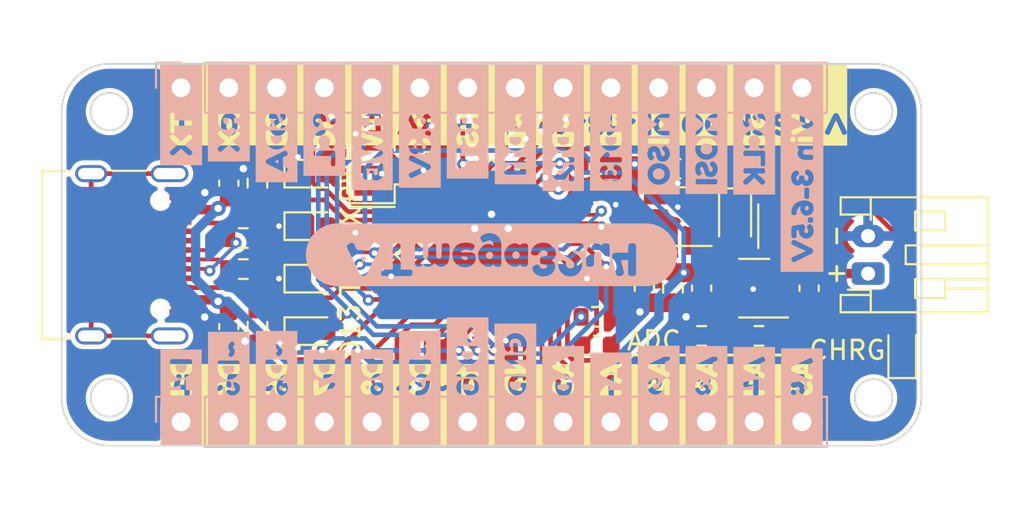
<source format=kicad_pcb>
(kicad_pcb (version 20211014) (generator pcbnew)
  (layers (0 "F.Cu" signal) (31 "B.Cu" signal) (34 "B.Paste" user) (35 "F.Paste" user) (36 "B.SilkS" user "B.Silkscreen") (37 "F.SilkS" user "F.Silkscreen") (38 "B.Mask" user) (39 "F.Mask" user) (44 "Edge.Cuts" user))
  (net 0 "")
  (net 1 "VBUS")
  (net 2 "GND")
  (net 3 "/Vin")
  (net 4 "Net-(C7-Pad1)")
  (net 5 "+BATT")
  (net 6 "+3V3")
  (net 7 "Net-(R1-Pad2)")
  (net 8 "Net-(D1-Pad1)")
  (net 9 "unconnected-(J2-PadS1)")
  (net 10 "/D_N")
  (net 11 "/D_P")
  (net 13 "Net-(J2-PadA5)")
  (net 15 "Net-(J2-PadB5)")
  (net 16 "Net-(R2-Pad1)")
  (net 17 "/U_P")
  (net 18 "/U_N")
  (net 19 "/RST")
  (net 20 "/HWB")
  (net 21 "/D13")
  (net 22 "/RXLED")
  (net 23 "/TXLED")
  (net 25 "/D7")
  (net 27 "/SCK")
  (net 28 "/MOSI")
  (net 29 "/MISO")
  (net 30 "/D11")
  (net 31 "Net-(U3-Pad16)")
  (net 32 "Net-(U3-Pad17)")
  (net 33 "/SCL")
  (net 34 "/SDA")
  (net 35 "/RX")
  (net 36 "/TX")
  (net 37 "/D4")
  (net 38 "/D12")
  (net 39 "/D6")
  (net 40 "/D8")
  (net 41 "/D9")
  (net 42 "/D10")
  (net 43 "/D5")
  (net 44 "/A0")
  (net 45 "/A1")
  (net 46 "/A2")
  (net 47 "/A3")
  (net 48 "/A4")
  (net 49 "/A5")
  (footprint "Capacitor_SMD:C_0603_1608Metric" (layer "F.Cu") (at 131.191 89.408 90)
    (fp_text reference "C5" hide)
    (fp_text value "1uF")
  )
  (footprint "kibuzzard-63FC0A8C" (layer "F.Cu") (at 124.333 95.631)
    (fp_text reference "kibuzzard-63FC0A8C" hide)
    (fp_text value "G***" hide)
  )
  (footprint "Capacitor_SMD:C_0603_1608Metric" (layer "F.Cu") (at 125.476 89.408 -90)
    (fp_text reference "C3" hide)
    (fp_text value "1uF")
  )
  (footprint "LED_SMD:LED_0603_1608Metric" (layer "F.Cu") (at 104.775 83.312)
    (fp_text reference "D6" hide)
    (fp_text value "Blue LED")
  )
  (footprint "Package_TO_SOT_SMD:SOT-23" (layer "F.Cu") (at 130.048 85.598 90)
    (fp_text reference "Q1" hide)
    (fp_text value "AO3401A")
  )
  (footprint "Resistor_SMD:R_0603_1608Metric" (layer "F.Cu") (at 101.854 91.44 -90)
    (fp_text reference "R5" hide)
    (fp_text value "5.1k")
  )
  (footprint "Resistor_SMD:R_0603_1608Metric" (layer "F.Cu") (at 119.888 82.804 180)
    (fp_text reference "R8" hide)
    (fp_text value "10k")
  )
  (footprint "Capacitor_SMD:C_0603_1608Metric" (layer "F.Cu") (at 110.8202 92.6084 180)
    (fp_text reference "C10" hide)
    (fp_text value "0.1uF")
  )
  (footprint "Capacitor_SMD:C_0603_1608Metric" (layer "F.Cu") (at 110.871 82.677 180)
    (fp_text reference "C9" hide)
    (fp_text value "1uF")
  )
  (footprint "Package_DFN_QFN:QFN-44-1EP_7x7mm_P0.5mm_EP5.2x5.2mm" (layer "F.Cu") (at 114.3 87.63 -135)
    (fp_text reference "U3" hide)
    (fp_text value "ATmega32U4-M")
  )
  (footprint "kibuzzard-63FC10C2" (layer "F.Cu") (at 115.697 95.631)
    (fp_text reference "kibuzzard-63FC10C2" hide)
    (fp_text value "G***" hide)
  )
  (footprint "Resistor_SMD:R_0603_1608Metric" (layer "F.Cu") (at 101.854 83.82 90)
    (fp_text reference "R4" hide)
    (fp_text value "5.1k")
  )
  (footprint "Capacitor_SMD:C_0603_1608Metric" (layer "F.Cu") (at 100.33 91.453 -90)
    (fp_text reference "C2" hide)
    (fp_text value "10uF")
  )
  (footprint "kibuzzard-63FC0E25" (layer "F.Cu") (at 101.854 79.629 180)
    (fp_text reference "kibuzzard-63FC0E25" hide)
    (fp_text value "G***" hide)
  )
  (footprint "Resistor_SMD:R_0603_1608Metric" (layer "F.Cu") (at 101.1 86.741)
    (fp_text reference "R6" hide)
    (fp_text value "22")
  )
  (footprint "Resistor_SMD:R_0603_1608Metric" (layer "F.Cu") (at 128.524 91.948 180)
    (fp_text reference "R1" hide)
    (fp_text value "330")
  )
  (footprint "Connector_JST:JST_PH_S2B-PH-K_1x02_P2.00mm_Horizontal" (layer "F.Cu") (at 134.329 88.63 90)
    (fp_text reference "J1" hide)
    (fp_text value "Conn_01x02_Male")
  )
  (footprint "LED_SMD:LED_0603_1608Metric" (layer "F.Cu") (at 104.775 86.106)
    (fp_text reference "D4" hide)
    (fp_text value "Yellow LED")
  )
  (footprint "kibuzzard-63FC0D8E" (layer "F.Cu") (at 105.537 95.631)
    (fp_text reference "kibuzzard-63FC0D8E" hide)
    (fp_text value "G***" hide)
  )
  (footprint "LED_SMD:LED_0603_1608Metric" (layer "F.Cu") (at 136.144 92.71 90)
    (fp_text reference "D1" hide)
    (fp_text value "LED")
  )
  (footprint "Capacitor_SMD:C_0603_1608Metric" (layer "F.Cu") (at 124.206 83.058 180)
    (fp_text reference "C4" hide)
    (fp_text value "1uF")
  )
  (footprint "Package_TO_SOT_SMD:SOT-23-5" (layer "F.Cu") (at 124.206 85.598 180)
    (fp_text reference "U2" hide)
    (fp_text value "AP2112K-3.3")
  )
  (footprint "kibuzzard-63FC107B" (layer "F.Cu") (at 122.301 79.629 180)
    (fp_text reference "kibuzzard-63FC107B" hide)
    (fp_text value "G***" hide)
  )
  (footprint "kibuzzard-63FC10EF" (layer "F.Cu") (at 131.699 79.629 180)
    (fp_text reference "kibuzzard-63FC10EF" hide)
    (fp_text value "G***" hide)
  )
  (footprint "Capacitor_SMD:C_0603_1608Metric" (layer "F.Cu") (at 100.33 83.82 90)
    (fp_text reference "C1" hide)
    (fp_text value "10uF")
  )
  (footprint "Package_TO_SOT_SMD:TSOT-23-5" (layer "F.Cu") (at 128.27 89.408 180)
    (fp_text reference "U1" hide)
    (fp_text value "LTC4054ES5-4.2")
  )
  (footprint "Resistor_SMD:R_0603_1608Metric" (layer "F.Cu") (at 119.888 90.932 180)
    (fp_text reference "R9" hide)
    (fp_text value "10k")
  )
  (footprint "Capacitor_SMD:C_0603_1608Metric" (layer "F.Cu") (at 119.888 92.456)
    (fp_text reference "C7" hide)
    (fp_text value "0.1uF")
  )
  (footprint "Crystal:Resonator_SMD_Murata_CSTxExxV-3Pin_3.0x1.1mm" (layer "F.Cu") (at 107.95 83.085 90)
    (fp_text reference "Y1" hide)
    (fp_text value "Resonator")
  )
  (footprint "kibuzzard-63FC0C67" (layer "F.Cu") (at 110.363 79.629 180)
    (fp_text reference "kibuzzard-63FC0C67" hide)
    (fp_text value "G***" hide)
  )
  (footprint "Capacitor_SMD:C_0603_1608Metric" (layer "F.Cu") (at 119.888 84.328)
    (fp_text reference "C8" hide)
    (fp_text value "1uF")
  )
  (footprint "Diode_SMD:D_SOD-323" (layer "F.Cu") (at 127.254 85.598 -90)
    (fp_text reference "D2" hide)
    (fp_text value "1N5819")
  )
  (footprint "LED_SMD:LED_0603_1608Metric" (layer "F.Cu") (at 104.775 88.9)
    (fp_text reference "D5" hide)
    (fp_text value "Yellow LED")
  )
  (footprint "Connector_USB:USB_C_Receptacle_Palconn_UTC16-G" (layer "F.Cu") (at 95.25 87.63 -90)
    (fp_text reference "J2" hide)
    (fp_text value "USB_C_Receptacle_USB2.0")
  )
  (footprint "Resistor_SMD:R_0603_1608Metric" (layer "F.Cu") (at 123.952 89.408 -90)
    (fp_text reference "R3" hide)
    (fp_text value "100k")
  )
  (footprint "Resistor_SMD:R_0603_1608Metric" (layer "F.Cu") (at 101.1 88.392)
    (fp_text reference "R7" hide)
    (fp_text value "22")
  )
  (footprint "LED_SMD:LED_0603_1608Metric" (layer "F.Cu") (at 104.775 91.694)
    (fp_text reference "D3" hide)
    (fp_text value "Green LED")
  )
  (footprint "Resistor_SMD:R_0603_1608Metric" (layer "F.Cu") (at 125.476 91.948 180)
    (fp_text reference "R2" hide)
    (fp_text value "2k")
  )
  (footprint "Capacitor_SMD:C_0603_1608Metric" (layer "F.Cu") (at 122.428 89.408 -90)
    (fp_text reference "C6" hide)
    (fp_text value "1uF")
  )
  (footprint "Connector_PinHeader_2.54mm:PinHeader_1x14_P2.54mm_Vertical" (layer "B.Cu") (at 97.79 96.52 -90)
    (fp_text reference "J3" hide)
    (fp_text value "Conn_01x14")
  )
  (footprint "kibuzzard-63FC1DB5" (layer "B.Cu") (at 110.49 80.737075 -90)
    (fp_text reference "kibuzzard-63FC1DB5" hide)
    (fp_text value "G***" hide)
  )
  (footprint "kibuzzard-63FC2462" (layer "B.Cu") (at 114.3 87.63)
    (fp_text reference "kibuzzard-63FC2462" hide)
    (fp_text value "G***" hide)
  )
  (footprint "kibuzzard-63FC1FF3" (layer "B.Cu") (at 102.87 94.722156 -90)
    (fp_text reference "kibuzzard-63FC1FF3" hide)
    (fp_text value "G***" hide)
  )
  (footprint "kibuzzard-63FC1D99" (layer "B.Cu") (at 128.27 80.921225 -90)
    (fp_text reference "kibuzzard-63FC1D99" hide)
    (fp_text value "G***" hide)
  )
  (footprint "kibuzzard-63FC11E2" (layer "B.Cu") (at 102.87 80.591025 -90)
    (fp_text reference "kibuzzard-63FC11E2" hide)
    (fp_text value "G***" hide)
  )
  (footprint "kibuzzard-63FC1DA9" (layer "B.Cu") (at 107.95 80.802956 -90)
    (fp_text reference "kibuzzard-63FC1DA9" hide)
    (fp_text value "G***" hide)
  )
  (footprint "kibuzzard-63FC11F1" (layer "B.Cu") (at 125.73 80.902969 -90)
    (fp_text reference "kibuzzard-63FC11F1" hide)
    (fp_text value "G***" hide)
  )
  (footprint "kibuzzard-63FC1FFB" (layer "B.Cu") (at 100.33 94.745969 -90)
    (fp_text reference "kibuzzard-63FC1FFB" hide)
    (fp_text value "G***" hide)
  )
  (footprint "Connector_PinHeader_2.54mm:PinHeader_1x14_P2.54mm_Vertical" (layer "B.Cu") (at 97.79 78.74 -90)
    (fp_text reference "J4" hide)
    (fp_text value "Conn_01x14")
  )
  (footprint "kibuzzard-63FC1DF3" (layer "B.Cu") (at 130.81 82.977037 -90)
    (fp_text reference "kibuzzard-63FC1DF3" hide)
    (fp_text value "G***" hide)
  )
  (footprint "kibuzzard-63FC1F7A" (layer "B.Cu") (at 130.81 95.187294 -90)
    (fp_text reference "kibuzzard-63FC1F7A" hide)
    (fp_text value "G***" hide)
  )
  (footprint "kibuzzard-63FC1EBD" (layer "B.Cu") (at 118.11 80.825181 -90)
    (fp_text reference "kibuzzard-63FC1EBD" hide)
    (fp_text value "G***" hide)
  )
  (footprint "kibuzzard-63FC1FD1" (layer "B.Cu") (at 110.49 94.722156 -90)
    (fp_text reference "kibuzzard-63FC1FD1" hide)
    (fp_text value "G***" hide)
  )
  (footprint "kibuzzard-63FC1FE1" (layer "B.Cu") (at 107.95 95.214281 -90)
    (fp_text reference "kibuzzard-63FC1FE1" hide)
    (fp_text value "G***" hide)
  )
  (footprint "kibuzzard-63FC1EB5" (layer "B.Cu") (at 115.57 80.645 -90)
    (fp_text reference "kibuzzard-63FC1EB5" hide)
    (fp_text value "G***" hide)
  )
  (footprint "kibuzzard-63FC2005" (layer "B.Cu") (at 97.79 95.21825 -90)
    (fp_text reference "kibuzzard-63FC2005" hide)
    (fp_text value "G***" hide)
  )
  (footprint "kibuzzard-63FC11D2" (layer "B.Cu") (at 100.33 80.039369 -90)
    (fp_text reference "kibuzzard-63FC11D2" hide)
    (fp_text value "G***" hide)
  )
  (footprint "kibuzzard-63FC1F6E" (layer "B.Cu") (at 125.73 95.125381 -90)
    (fp_text reference "kibuzzard-63FC1F6E" hide)
    (fp_text value "G***" hide)
  )
  (footprint "kibuzzard-63FC11DC" (layer "B.Cu") (at 105.41 80.421956 -90)
    (fp_text reference "kibuzzard-63FC11DC" hide)
    (fp_text value "G***" hide)
  )
  (footprint "kibuzzard-63FC1EC6" (layer "B.Cu") (at 120.65 80.81645 -90)
    (fp_text reference "kibuzzard-63FC1EC6" hide)
    (fp_text value "G***" hide)
  )
  (footprint "kibuzzard-63FC1F81" (layer "B.Cu") (at 128.27 95.149988 -90)
    (fp_text reference "kibuzzard-63FC1F81" hide)
    (fp_text value "G***" hide)
  )
  (footprint "kibuzzard-63FC1FCA" (layer "B.Cu") (at 113.03 94.361 -90)
    (fp_text reference "kibuzzard-63FC1FCA" hide)
    (fp_text value "G***" hide)
  )
  (footprint "kibuzzard-63FC11F9" (layer "B.Cu") (at 123.19 80.914875 -90)
    (fp_text reference "kibuzzard-63FC11F9" hide)
    (fp_text value "G***" hide)
  )
  (footprint "kibuzzard-63FC1F60" (layer "B.Cu") (at 120.65 95.296831 -90)
    (fp_text reference "kibuzzard-63FC1F60" hide)
    (fp_text value "G***" hide)
  )
  (footprint "kibuzzard-63FC1F68" (layer "B.Cu") (at 123.19 95.11665 -90)
    (fp_text reference "kibuzzard-63FC1F68" hide)
    (fp_text value "G***" hide)
  )
  (footprint "kibuzzard-63FC11B0" (layer "B.Cu") (at 97.79 80.138587 -90)
    (fp_text reference "kibuzzard-63FC11B0" hide)
    (fp_text value "G***" hide)
  )
  (footprint "kibuzzard-63FC1FBE" (layer "B.Cu") (at 115.57 94.5261 -90)
    (fp_text reference "kibuzzard-63FC1FBE" hide)
    (fp_text value "G***" hide)
  )
  (footprint "kibuzzard-63FC1FE8" (layer "B.Cu") (at 105.41 95.223013 -90)
    (fp_text reference "kibuzzard-63FC1FE8" hide)
    (fp_text value "G***" hide)
  )
  (footprint "kibuzzard-63FC1DBD" (layer "B.Cu") (at 113.03 80.494187 -90)
    (fp_text reference "kibuzzard-63FC1DBD" hide)
    (fp_text value "G***" hide)
  )
  (footprint "kibuzzard-63FC1F52" (layer "B.Cu") (at 118.11 95.125381 -90)
    (fp_text reference "kibuzzard-63FC1F52" hide)
    (fp_text value "G***" hide)
  )
  (gr_line (start 117.094 92.964) (end 130.81 92.966) (layer "F.SilkS") (width 0.153))
  (gr_line (start 93.98 77.47) (end 134.62 77.47) (layer "Edge.Cuts") (width 0.1))
  (gr_circle (center 134.62 80.01) (end 135.62 80.01) (layer "Edge.Cuts") (width 0.1) (fill none))
  (gr_circle (center 134.62 95.25) (end 135.62 95.25) (layer "Edge.Cuts") (width 0.1) (fill none))
  (gr_arc (start 137.16 95.25) (mid 136.416051 97.046051) (end 134.62 97.79) (layer "Edge.Cuts") (width 0.1))
  (gr_circle (center 93.98 95.25) (end 94.98 95.25) (layer "Edge.Cuts") (width 0.1) (fill none))
  (gr_line (start 137.16 80.01) (end 137.16 95.25) (layer "Edge.Cuts") (width 0.1))
  (gr_line (start 91.44 95.25) (end 91.44 80.01) (layer "Edge.Cuts") (width 0.1))
  (gr_arc (start 134.62 77.47) (mid 136.416051 78.213949) (end 137.16 80.01) (layer "Edge.Cuts") (width 0.1))
  (gr_arc (start 91.44 80.01) (mid 92.183949 78.213949) (end 93.98 77.47) (layer "Edge.Cuts") (width 0.1))
  (gr_line (start 134.62 97.79) (end 93.98 97.79) (layer "Edge.Cuts") (width 0.1))
  (gr_arc (start 93.98 97.79) (mid 92.183949 97.046051) (end 91.44 95.25) (layer "Edge.Cuts") (width 0.1))
  (gr_circle (center 93.98 80.01) (end 94.98 80.01) (layer "Edge.Cuts") (width 0.1) (fill none))
  (gr_text "TX" (at 106.807 88.9 90) (layer "F.SilkS") (effects (font (size 1 1) (thickness 0.153))))
  (gr_text "RX" (at 106.807 86.106 90) (layer "F.SilkS") (effects (font (size 1 1) (thickness 0.153))))
  (gr_text "CHRG" (at 133.223 92.71) (layer "F.SilkS") (effects (font (size 1 1))))
  (gr_text "D13" (at 106.807 91.694 90) (layer "F.SilkS") (effects (font (size 1 1) (thickness 0.153))))
  (gr_text "PWR" (at 106.807 83.312 90) (layer "F.SilkS") (effects (font (size 1 1) (thickness 0.153))))
  (gr_text "ADC" (at 122.936 92.202) (layer "F.SilkS") (effects (font (size 1 1))))
  (gr_text "+ -" (at 132.588 87.63 90) (layer "F.SilkS") (effects (font (size 1 1))))
  (segment (start 134.625468 85.344) (end 130.773072 85.344) (width 0.25) (layer "F.Cu") (net 1))
  (segment (start 99.7585 90.1065) (end 100.33 90.678) (width 0.5) (layer "F.Cu") (net 1))
  (segment (start 127.254 86.648) (end 128.9855 86.648) (width 1) (layer "F.Cu") (net 1))
  (segment (start 123.952 88.583) (end 124.523 88.583) (width 1) (layer "F.Cu") (net 1))
  (segment (start 97.76 85.23) (end 99.695 85.23) (width 0.5) (layer "F.Cu") (net 1))
  (segment (start 99.695 85.23) (end 99.765 85.16) (width 0.5) (layer "F.Cu") (net 1))
  (segment (start 136.144 91.9225) (end 136.144 86.862532) (width 0.25) (layer "F.Cu") (net 1))
  (segment (start 116.306415 84.916478) (end 117.079964 84.142929) (width 0.25) (layer "F.Cu") (net 1))
  (segment (start 99.682 90.03) (end 99.7585 90.1065) (width 0.5) (layer "F.Cu") (net 1))
  (segment (start 125.426 88.583) (end 125.476 88.633) (width 1) (layer "F.Cu") (net 1))
  (segment (start 97.76 90.03) (end 99.682 90.03) (width 0.5) (layer "F.Cu") (net 1))
  (segment (start 128.9855 86.648) (end 129.098 86.5355) (width 1) (layer "F.Cu") (net 1))
  (segment (start 136.144 86.862532) (end 134.625468 85.344) (width 0.25) (layer "F.Cu") (net 1))
  (segment (start 124.523 88.583) (end 125.426 88.583) (width 1) (layer "F.Cu") (net 1))
  (segment (start 129.581572 86.5355) (end 129.098 86.5355) (width 0.25) (layer "F.Cu") (net 1))
  (segment (start 125.476 88.633) (end 126.9575 88.633) (width 1) (layer "F.Cu") (net 1))
  (segment (start 126.9575 88.633) (end 127.1325 88.458) (width 1) (layer "F.Cu") (net 1))
  (segment (start 117.079964 84.142929) (end 117.856 84.142929) (width 0.25) (layer "F.Cu") (net 1))
  (segment (start 127.1325 88.458) (end 127.1325 86.7695) (width 1) (layer "F.Cu") (net 1))
  (segment (start 127.1325 86.7695) (end 127.254 86.648) (width 1) (layer "F.Cu") (net 1))
  (segment (start 99.765 85.16) (end 100.33 84.595) (width 0.5) (layer "F.Cu") (net 1))
  (segment (start 130.773072 85.344) (end 129.581572 86.5355) (width 0.25) (layer "F.Cu") (net 1))
  (via (at 124.523 88.583) (size 0.6) (drill 0.3) (layers "F.Cu" "B.Cu") (net 1))
  (via (at 99.7585 90.1065) (size 0.8) (drill 0.4) (layers "F.Cu" "B.Cu") (net 1))
  (via (at 117.856 84.142929) (size 0.6) (drill 0.3) (layers "F.Cu" "B.Cu") (net 1))
  (via (at 99.765 85.16) (size 0.8) (drill 0.4) (layers "F.Cu" "B.Cu") (net 1))
  (segment (start 120.25328 93.91952) (end 123.202489 90.970311) (width 0.5) (layer "B.Cu") (net 1))
  (segment (start 123.202489 89.903511) (end 124.523 88.583) (width 0.5) (layer "B.Cu") (net 1))
  (segment (start 117.856 84.142929) (end 118.168071 84.142929) (width 0.25) (layer "B.Cu") (net 1))
  (segment (start 123.202489 90.970311) (end 123.202489 89.903511) (width 0.5) (layer "B.Cu") (net 1))
  (segment (start 99.7585 90.1065) (end 100.272891 90.1065) (width 0.5) (layer "B.Cu") (net 1))
  (segment (start 98.564489 86.360511) (end 98.564489 88.912489) (width 0.5) (layer "B.Cu") (net 1))
  (segment (start 98.564489 88.912489) (end 99.7585 90.1065) (width 0.5) (layer "B.Cu") (net 1))
  (segment (start 124.523 86.36452) (end 124.523 88.583) (width 0.25) (layer "B.Cu") (net 1))
  (segment (start 103.628813 93.462422) (end 107.127928 93.462422) (width 0.5) (layer "B.Cu") (net 1))
  (segment (start 118.168071 84.142929) (end 119.05748 83.25352) (width 0.25) (layer "B.Cu") (net 1))
  (segment (start 121.412 83.25352) (end 124.523 86.36452) (width 0.25) (layer "B.Cu") (net 1))
  (segment (start 119.05748 83.25352) (end 121.412 83.25352) (width 0.25) (layer "B.Cu") (net 1))
  (segment (start 107.585027 93.91952) (end 120.25328 93.91952) (width 0.5) (layer "B.Cu") (net 1))
  (segment (start 100.272891 90.1065) (end 103.628813 93.462422) (width 0.5) (layer "B.Cu") (net 1))
  (segment (start 99.765 85.16) (end 98.564489 86.360511) (width 0.5) (layer "B.Cu") (net 1))
  (segment (start 107.127928 93.462422) (end 107.585027 93.91952) (width 0.5) (layer "B.Cu") (net 1))
  (segment (start 101.817 92.228) (end 101.854 92.265) (width 0.5) (layer "F.Cu") (net 2))
  (segment (start 103.9875 88.9) (end 102.997 88.9) (width 0.25) (layer "F.Cu") (net 2))
  (segment (start 124.206 83.82) (end 124.206 85.09) (width 0.25) (layer "F.Cu") (net 2))
  (segment (start 122.191592 90.670192) (end 122.428 90.433783) (width 0.25) (layer "F.Cu") (net 2))
  (segment (start 110.674 83.128) (end 110.223 82.677) (width 0.25) (layer "F.Cu") (net 2))
  (segment (start 100.33 83.045) (end 101.105 83.045) (width 0.5) (layer "F.Cu") (net 2))
  (segment (start 111.08188 83.53588) (end 110.674 83.128) (width 0.25) (layer "F.Cu") (net 2))
  (segment (start 123.444 83.058) (end 124.206 83.82) (width 0.25) (layer "F.Cu") (net 2))
  (segment (start 126.20148 89.45752) (end 125.476 90.183) (width 0.25) (layer "F.Cu") (net 2))
  (segment (start 100.33 92.228) (end 101.193 92.228) (width 0.5) (layer "F.Cu") (net 2))
  (segment (start 130.416 89.408) (end 129.4075 89.408) (width 0.25) (layer "F.Cu") (net 2))
  (segment (start 115.007107 87.63) (end 117.013522 85.623585) (width 0.25) (layer "F.Cu") (net 2))
  (segment (start 110.096 92.583) (end 110.096 94.515089) (width 0.25) (layer "F.Cu") (net 2))
  (segment (start 103.9875 82.4485) (end 104.013 82.423) (width 0.25) (layer "F.Cu") (net 2))
  (segment (start 110.799142 87.63) (end 114.3 87.63) (width 0.25) (layer "F.Cu") (net 2))
  (segment (start 124.714 85.598) (end 125.3435 85.598) (width 0.25) (layer "F.Cu") (net 2))
  (segment (start 111.548704 83.53588) (end 111.08188 83.53588) (width 0.25) (layer "F.Cu") (net 2))
  (segment (start 97.76 90.83) (end 98.932 90.83) (width 0.5) (layer "F.Cu") (net 2))
  (segment (start 103.9875 92.5575) (end 104.013 92.583) (width 0.25) (layer "F.Cu") (net 2))
  (segment (start 112.647138 84.562924) (end 113.555214 85.471) (width 0.25) (layer "F.Cu") (net 2))
  (segment (start 114.3 87.63) (end 117.128427 87.63) (width 0.25) (layer "F.Cu") (net 2))
  (segment (start 129.4075 89.408) (end 129.35798 89.45752) (width 0.25) (layer "F.Cu") (net 2))
  (segment (start 110.172264 88.222202) (end 110.20694 88.222202) (width 0.25) (layer "F.Cu") (net 2))
  (segment (start 131.191 90.183) (end 130.416 89.408) (width 0.25) (layer "F.Cu") (net 2))
  (segment (start 129.35798 89.45752) (end 128.22048 89.45752) (width 0.25) (layer "F.Cu") (net 2))
  (segment (start 101.105 83.045) (end 101.804 83.045) (width 0.5) (layer "F.Cu") (net 2))
  (segment (start 110.20694 88.222202) (end 110.799142 87.63) (width 0.25) (layer "F.Cu") (net 2))
  (segment (start 124.206 85.09) (end 124.714 85.598) (width 0.25) (layer "F.Cu") (net 2))
  (segment (start 98.932 90.83) (end 99.047 90.945) (width 0.5) (layer "F.Cu") (net 2))
  (segment (start 122.428 90.433783) (end 122.428 90.183) (width 0.25) (layer "F.Cu") (net 2))
  (segment (start 101.804 83.045) (end 101.854 82.995) (width 0.5) (layer "F.Cu") (net 2))
  (segment (start 117.128427 87.63) (end 118.074182 88.575755) (width 0.25) (layer "F.Cu") (net 2))
  (segment (start 120.663 92.456) (end 120.663 92.198783) (width 0.25) (layer "F.Cu") (net 2))
  (segment (start 112.575749 84.562924) (end 111.548704 83.53588) (width 0.25) (layer "F.Cu") (net 2))
  (segment (start 103.9875 91.694) (end 103.9875 92.5575) (width 0.25) (layer "F.Cu") (net 2))
  (segment (start 97.76 84.43) (end 98.945 84.43) (width 0.5) (layer "F.Cu") (net 2))
  (segment (start 124.651 90.932) (end 123.952 90.233) (width 1) (layer "F.Cu") (net 2))
  (segment (start 114.3 87.63) (end 115.007107 87.63) (width 0.25) (layer "F.Cu") (net 2))
  (segment (start 113.555214 85.471) (end 114.3 85.471) (width 0.25) (layer "F.Cu") (net 2))
  (segment (start 122.428 90.183) (end 125.476 90.183) (width 1) (layer "F.Cu") (net 2))
  (segment (start 112.647138 84.562924) (end 112.575749 84.562924) (width 0.25) (layer "F.Cu") (net 2))
  (segment (start 123.431 83.058) (end 123.444 83.058) (width 0.25) (layer "F.Cu") (net 2))
  (segment (start 120.663 92.198783) (end 122.191592 90.670192) (width 0.25) (layer "F.Cu") (net 2))
  (segment (start 114.3 87.63) (end 114.3 90.458427) (width 0.25) (layer "F.Cu") (net 2))
  (segment (start 101.193 92.228) (end 101.817 92.228) (width 0.5) (layer "F.Cu") (net 2))
  (segment (start 103.9875 86.106) (end 102.997 86.106) (width 0.25) (layer "F.Cu") (net 2))
  (segment (start 110.096 94.515089) (end 110.249931 94.66902) (width 0.25) (layer "F.Cu") (net 2))
  (segment (start 98.945 84.43) (end 99.0535 84.3215) (width 0.5) (layer "F.Cu") (net 2))
  (segment (start 124.651 91.948) (end 124.651 90.932) (width 1) (layer "F.Cu") (net 2))
  (segment (start 99.047 90.945) (end 100.33 92.228) (width 0.5) (layer "F.Cu") (net 2))
  (segment (start 114.3 90.458427) (end 115.245755 91.404182) (width 0.25) (layer "F.Cu") (net 2))
  (segment (start 103.9875 83.312) (end 103.9875 82.4485) (width 0.25) (layer "F.Cu") (net 2))
  (segment (start 99.0535 84.3215) (end 100.33 83.045) (width 0.5) (layer "F.Cu") (net 2))
  (segment (start 128.22048 89.45752) (end 126.20148 89.45752) (width 0.25) (layer "F.Cu") (net 2))
  (via (at 115.189 86.233) (size 0.8) (drill 0.4) (layers "F.Cu" "B.Cu") (net 2))
  (via (at 110.674 83.128) (size 0.6) (drill 0.3) (layers "F.Cu" "B.Cu") (net 2))
  (via (at 114.3 85.471) (size 0.8) (drill 0.4) (layers "F.Cu" "B.Cu") (net 2))
  (via (at 99.0535 84.3215) (size 0.8) (drill 0.4) (layers "F.Cu" "B.Cu") (net 2))
  (via (at 101.193 92.228) (size 0.8) (drill 0.4) (layers "F.Cu" "B.Cu") (net 2))
  (via (at 124.206 85.09) (size 0.6) (drill 0.3) (layers "F.Cu" "B.Cu") (net 2))
  (via (at 124.206 83.82) (size 0.6) (drill 0.3) (layers "F.Cu" "B.Cu") (net 2))
  (via (at 104.013 92.583) (size 0.6) (drill 0.3) (layers "F.Cu" "B.Cu") (net 2))
  (via (at 128.22048 89.45752) (size 0.6) (drill 0.3) (layers "F.Cu" "B.Cu") (net 2))
  (via (at 113.411 86.233) (size 0.8) (drill 0.4) (layers "F.Cu" "B.Cu") (net 2))
  (via (at 102.997 86.106) (size 0.6) (drill 0.3) (layers "F.Cu" "B.Cu") (net 2))
  (via (at 110.249931 94.66902) (size 0.6) (drill 0.3) (layers "F.Cu" "B.Cu") (net 2))
  (via (at 124.651 90.932) (size 0.8) (drill 0.4) (layers "F.Cu" "B.Cu") (net 2))
  (via (at 108.458 83.312) (size 0.6) (drill 0.3) (layers "F.Cu" "B.Cu") (net 2))
  (via (at 101.105 83.045) (size 0.8) (drill 0.4) (layers "F.Cu" "B.Cu") (net 2))
  (via (at 102.997 88.9) (size 0.6) (drill 0.3) (layers "F.Cu" "B.Cu") (net 2))
  (via (at 99.047 90.945) (size 0.8) (drill 0.4) (layers "F.Cu" "B.Cu") (net 2))
  (via (at 120.904 84.963) (size 0.6) (drill 0.3) (layers "F.Cu" "B.Cu") (net 2))
  (via (at 122.191592 90.670192) (size 0.8) (drill 0.4) (layers "F.Cu" "B.Cu") (net 2))
  (via (at 104.013 82.423) (size 0.6) (drill 0.3) (layers "F.Cu" "B.Cu") (net 2))
  (segment (start 119.888 90.424) (end 119.888 91.681) (width 0.25) (layer "F.Cu") (net 4))
  (segment (start 118.806844 89.342844) (end 119.888 90.424) (width 0.25) (layer "F.Cu") (net 4))
  (segment (start 119.888 91.681) (end 119.113 92.456) (width 0.25) (layer "F.Cu") (net 4))
  (segment (start 117.720629 88.929309) (end 118.134164 89.342844) (width 0.25) (layer "F.Cu") (net 4))
  (segment (start 118.134164 89.342844) (end 118.806844 89.342844) (width 0.25) (layer "F.Cu") (net 4))
  (segment (start 113.000691 84.209371) (end 111.773 82.98168) (width 0.25) (layer "F.Cu") (net 6))
  (segment (start 111.773 82.98168) (end 111.773 82.677) (width 0.25) (layer "F.Cu") (net 6))
  (via (at 121.92 82.804) (size 0.6) (drill 0.3) (layers "F.Cu" "B.Cu") (net 6))
  (via (at 115.062 92.202) (size 0.6) (drill 0.3) (layers "F.Cu" "B.Cu") (net 6))
  (via (at 105.791 80.264) (size 0.6) (drill 0.3) (layers "F.Cu" "B.Cu") (net 6))
  (via (at 108.966 88.773) (size 0.6) (drill 0.3) (layers "F.Cu" "B.Cu") (net 6))
  (via (at 119.38 88.9) (size 0.6) (drill 0.3) (layers "F.Cu" "B.Cu") (net 6))
  (via (at 111.125 80.772) (size 0.6) (drill 0.3) (layers "F.Cu" "B.Cu") (net 6))
  (segment (start 119.733709 82.804) (end 121.92 82.804) (width 0.25) (layer "B.Cu") (net 6))
  (segment (start 105.791 80.264) (end 105.943533 80.111467) (width 0.25) (layer "B.Cu") (net 6))
  (segment (start 109.118533 80.111467) (end 110.49 78.74) (width 0.25) (layer "B.Cu") (net 6))
  (segment (start 117.701709 80.772) (end 119.733709 82.804) (width 0.25) (layer "B.Cu") (net 6))
  (segment (start 111.125 80.772) (end 117.701709 80.772) (width 0.25) (layer "B.Cu") (net 6))
  (segment (start 105.943533 80.111467) (end 109.118533 80.111467) (width 0.25) (layer "B.Cu") (net 6))
  (segment (start 129.289 90.358) (end 127.699 91.948) (width 0.25) (layer "F.Cu") (net 7))
  (segment (start 129.4075 90.358) (end 129.289 90.358) (width 0.25) (layer "F.Cu") (net 7))
  (segment (start 129.349 91.948) (end 134.926201 91.948) (width 0.25) (layer "F.Cu") (net 8))
  (segment (start 134.926201 91.948) (end 136.144 93.165799) (width 0.25) (layer "F.Cu") (net 8))
  (segment (start 136.144 93.165799) (end 136.144 93.4975) (width 0.25) (layer "F.Cu") (net 8))
  (segment (start 93.01 83.31) (end 93.01 91.95) (width 0.25) (layer "F.Cu") (net 9))
  (segment (start 93.01 83.31) (end 97.18 83.31) (width 0.25) (layer "F.Cu") (net 9))
  (segment (start 93.01 91.95) (end 97.18 91.95) (width 0.25) (layer "F.Cu") (net 9))
  (segment (start 97.76 87.88) (end 99.763 87.88) (width 0.2) (layer "F.Cu") (net 10))
  (segment (start 96.774 87.723022) (end 96.930978 87.88) (width 0.2) (layer "F.Cu") (net 10))
  (segment (start 96.930978 86.88) (end 96.774 87.036978) (width 0.2) (layer "F.Cu") (net 10))
  (segment (start 96.774 87.036978) (end 96.774 87.723022) (width 0.2) (layer "F.Cu") (net 10))
  (segment (start 99.763 87.88) (end 100.275 88.392) (width 0.2) (layer "F.Cu") (net 10))
  (segment (start 97.76 86.88) (end 96.930978 86.88) (width 0.2) (layer "F.Cu") (net 10))
  (segment (start 96.930978 87.88) (end 97.76 87.88) (width 0.2) (layer "F.Cu") (net 10))
  (segment (start 99.636 87.38) (end 100.275 86.741) (width 0.2) (layer "F.Cu") (net 11))
  (segment (start 99.2145 88.38) (end 97.76 88.38) (width 0.2) (layer "F.Cu") (net 11))
  (segment (start 99.314 88.4795) (end 99.2145 88.38) (width 0.2) (layer "F.Cu") (net 11))
  (segment (start 97.76 87.38) (end 99.636 87.38) (width 0.2) (layer "F.Cu") (net 11))
  (via (at 99.314 88.4795) (size 0.6) (drill 0.3) (layers "F.Cu" "B.Cu") (net 11))
  (via (at 100.711 86.995) (size 0.6) (drill 0.3) (layers "F.Cu" "B.Cu") (net 11))
  (segment (start 100.711 87.0825) (end 99.314 88.4795) (width 0.2) (layer "B.Cu") (net 11))
  (segment (start 100.711 86.995) (end 100.711 87.0825) (width 0.2) (layer "B.Cu") (net 11))
  (segment (start 99.077542 85.94148) (end 98.639022 86.38) (width 0.25) (layer "F.Cu") (net 13))
  (segment (start 98.639022 86.38) (end 97.76 86.38) (width 0.25) (layer "F.Cu") (net 13))
  (segment (start 101.854 84.645) (end 100.55752 85.94148) (width 0.25) (layer "F.Cu") (net 13))
  (segment (start 100.55752 85.94148) (end 99.077542 85.94148) (width 0.25) (layer "F.Cu") (net 13))
  (segment (start 100.619 89.38) (end 97.76 89.38) (width 0.25) (layer "F.Cu") (net 15))
  (segment (start 101.854 90.615) (end 100.619 89.38) (width 0.25) (layer "F.Cu") (net 15))
  (segment (start 126.301 91.948) (end 126.301 91.1895) (width 0.25) (layer "F.Cu") (net 16))
  (segment (start 126.301 91.1895) (end 127.1325 90.358) (width 0.25) (layer "F.Cu") (net 16))
  (segment (start 108.0415 87.503) (end 102.687 87.503) (width 0.2) (layer "F.Cu") (net 17))
  (segment (start 119.942001 85.499999) (end 120.142 85.3) (width 0.2) (layer "F.Cu") (net 17))
  (segment (start 117.40243 85.977138) (end 117.879569 85.499999) (width 0.2) (layer "F.Cu") (net 17))
  (segment (start 117.367076 85.977138) (end 117.40243 85.977138) (width 0.2) (layer "F.Cu") (net 17))
  (segment (start 102.687 87.503) (end 101.925 86.741) (width 0.2) (layer "F.Cu") (net 17))
  (segment (start 117.879569 85.499999) (end 119.942001 85.499999) (width 0.2) (layer "F.Cu") (net 17))
  (segment (start 108.077 87.5385) (end 108.0415 87.503) (width 0.2) (layer "F.Cu") (net 17))
  (via (at 120.142 85.3) (size 0.6) (drill 0.3) (layers "F.Cu" "B.Cu") (net 17))
  (via (at 108.077 87.5385) (size 0.6) (drill 0.3) (layers "F.Cu" "B.Cu") (net 17))
  (segment (start 108.274001 87.341499) (end 118.100501 87.341499) (width 0.2) (layer "B.Cu") (net 17))
  (segment (start 108.077 87.5385) (end 108.274001 87.341499) (width 0.2) (layer "B.Cu") (net 17))
  (segment (start 118.100501 87.341499) (end 120.142 85.3) (width 0.2) (layer "B.Cu") (net 17))
  (segment (start 102.19152 88.12548) (end 101.925 88.392) (width 0.2) (layer "F.Cu") (net 18))
  (segment (start 118.073811 85.942155) (end 118.515818 85.942155) (width 0.2) (layer "F.Cu") (net 18))
  (segment (start 117.720629 86.295337) (end 118.073811 85.942155) (width 0.2) (layer "F.Cu") (net 18))
  (segment (start 117.720629 86.330691) (end 117.720629 86.295337) (width 0.2) (layer "F.Cu") (net 18))
  (segment (start 118.515818 85.942155) (end 118.523664 85.950001) (width 0.2) (layer "F.Cu") (net 18))
  (segment (start 118.523664 85.950001) (end 119.942001 85.950001) (width 0.2) (layer "F.Cu") (net 18))
  (segment (start 119.942001 85.950001) (end 120.142 86.15) (width 0.2) (layer "F.Cu") (net 18))
  (segment (start 107.315 88.138) (end 107.30248 88.12548) (width 0.2) (layer "F.Cu") (net 18))
  (segment (start 107.30248 88.12548) (end 102.19152 88.12548) (width 0.2) (layer "F.Cu") (net 18))
  (via (at 120.142 86.15) (size 0.6) (drill 0.3) (layers "F.Cu" "B.Cu") (net 18))
  (via (at 107.315 88.138) (size 0.6) (drill 0.3) (layers "F.Cu" "B.Cu") (net 18))
  (segment (start 118.535 87.757) (end 120.142 86.15) (width 0.2) (layer "B.Cu") (net 18))
  (segment (start 108.3945 88.138) (end 108.7755 87.757) (width 0.2) (layer "B.Cu") (net 18))
  (segment (start 107.315 88.138) (end 108.3945 88.138) (width 0.2) (layer "B.Cu") (net 18))
  (segment (start 108.7755 87.757) (end 118.535 87.757) (width 0.2) (layer "B.Cu") (net 18))
  (segment (start 113.319818 83.855818) (end 112.776 83.312) (width 0.25) (layer "F.Cu") (net 19))
  (segment (start 112.776 78.994) (end 113.03 78.74) (width 0.25) (layer "F.Cu") (net 19))
  (segment (start 112.776 83.312) (end 112.776 82.804) (width 0.25) (layer "F.Cu") (net 19))
  (segment (start 119.063 82.804) (end 117.983 82.804) (width 0.25) (layer "F.Cu") (net 19))
  (segment (start 113.354245 83.855818) (end 113.319818 83.855818) (width 0.25) (layer "F.Cu") (net 19))
  (segment (start 112.776 82.804) (end 112.776 78.994) (width 0.25) (layer "F.Cu") (net 19))
  (segment (start 117.983 82.804) (end 117.935429 82.756429) (width 0.25) (layer "F.Cu") (net 19))
  (via (at 112.776 82.804) (size 0.6) (drill 0.3) (layers "F.Cu" "B.Cu") (net 19))
  (via (at 117.935429 82.756429) (size 0.6) (drill 0.3) (layers "F.Cu" "B.Cu") (net 19))
  (segment (start 112.823571 82.756429) (end 112.776 82.804) (width 0.25) (layer "B.Cu") (net 19))
  (segment (start 117.935429 82.756429) (end 112.823571 82.756429) (width 0.25) (layer "B.Cu") (net 19))
  (segment (start 114.427 92.476938) (end 113.707798 91.757736) (width 0.25) (layer "F.Cu") (net 20))
  (segment (start 107.07602 81.185498) (end 107.95 80.311518) (width 0.25) (layer "F.Cu") (net 20))
  (segment (start 107.95 80.311518) (end 107.95 78.74) (width 0.25) (layer "F.Cu") (net 20))
  (segment (start 114.427 92.7205) (end 114.427 92.476938) (width 0.25) (layer "F.Cu") (net 20))
  (via (at 107.07602 81.185498) (size 0.6) (drill 0.3) (layers "F.Cu" "B.Cu") (net 20))
  (via (at 119.063 90.932) (size 0.6) (drill 0.3) (layers "F.Cu" "B.Cu") (net 20))
  (via (at 114.427 92.7205) (size 0.6) (drill 0.3) (layers "F.Cu" "B.Cu") (net 20))
  (segment (start 113.3856 91.44) (end 108.204 91.44) (width 0.25) (layer "B.Cu") (net 20))
  (segment (start 117.09952 92.89548) (end 119.063 90.932) (width 0.25) (layer "B.Cu") (net 20))
  (segment (start 108.204 91.44) (end 105.537 88.773) (width 0.25) (layer "B.Cu") (net 20))
  (segment (start 114.60198 92.89548) (end 117.09952 92.89548) (width 0.25) (layer "B.Cu") (net 20))
  (segment (start 105.537 88.773) (end 105.537 82.677) (width 0.25) (layer "B.Cu") (net 20))
  (segment (start 105.537 82.677) (end 107.028502 81.185498) (width 0.25) (layer "B.Cu") (net 20))
  (segment (start 114.427 92.7205) (end 114.427 92.4814) (width 0.25) (layer "B.Cu") (net 20))
  (segment (start 114.427 92.7205) (end 114.60198 92.89548) (width 0.25) (layer "B.Cu") (net 20))
  (segment (start 114.427 92.4814) (end 113.3856 91.44) (width 0.25) (layer "B.Cu") (net 20))
  (segment (start 107.028502 81.185498) (end 107.07602 81.185498) (width 0.25) (layer "B.Cu") (net 20))
  (segment (start 112.940709 92.209727) (end 112.940709 91.783291) (width 0.25) (layer "F.Cu") (net 21))
  (segment (start 112.940709 91.783291) (end 113.319818 91.404182) (width 0.25) (layer "F.Cu") (net 21))
  (segment (start 105.5625 91.694) (end 105.664 91.694) (width 0.25) (layer "F.Cu") (net 21))
  (segment (start 118.237 80.424098) (end 118.965902 80.424098) (width 0.25) (layer "F.Cu") (net 21))
  (segment (start 113.319818 91.404182) (end 113.354245 91.404182) (width 0.25) (layer "F.Cu") (net 21))
  (segment (start 105.664 91.694) (end 106.619411 90.738589) (width 0.25) (layer "F.Cu") (net 21))
  (segment (start 113.5634 92.7205) (end 113.451482 92.7205) (width 0.25) (layer "F.Cu") (net 21))
  (segment (start 113.451482 92.7205) (end 112.940709 92.209727) (width 0.25) (layer "F.Cu") (net 21))
  (segment (start 118.965902 80.424098) (end 120.65 78.74) (width 0.25) (layer "F.Cu") (net 21))
  (via (at 106.619411 90.738589) (size 0.6) (drill 0.3) (layers "F.Cu" "B.Cu") (net 21))
  (via (at 118.237 80.424098) (size 0.6) (drill 0.3) (layers "F.Cu" "B.Cu") (net 21))
  (via (at 113.5634 92.7205) (size 0.6) (drill 0.3) (layers "F.Cu" "B.Cu") (net 21))
  (segment (start 112.73242 91.88952) (end 108.017803 91.88952) (width 0.25) (layer "B.Cu") (net 21))
  (segment (start 105.08748 88.959197) (end 105.08748 82.290845) (width 0.25) (layer "B.Cu") (net 21))
  (segment (start 113.5634 92.7205) (end 112.73242 91.88952) (width 0.25) (layer "B.Cu") (net 21))
  (segment (start 109.431013 80.560987) (end 110.077489 79.914511) (width 0.25) (layer "B.Cu") (net 21))
  (segment (start 106.817338 80.560987) (end 109.431013 80.560987) (width 0.25) (layer "B.Cu") (net 21))
  (segment (start 105.08748 82.290845) (end 106.817338 80.560987) (width 0.25) (layer "B.Cu") (net 21))
  (segment (start 117.727413 79.914511) (end 118.237 80.424098) (width 0.25) (layer "B.Cu") (net 21))
  (segment (start 110.077489 79.914511) (end 117.727413 79.914511) (width 0.25) (layer "B.Cu") (net 21))
  (segment (start 108.017803 91.88952) (end 105.08748 88.959197) (width 0.25) (layer "B.Cu") (net 21))
  (segment (start 105.91048 86.45398) (end 107.061 86.45398) (width 0.25) (layer "F.Cu") (net 22))
  (segment (start 115.952862 84.562924) (end 116.997357 83.518429) (width 0.25) (layer "F.Cu") (net 22))
  (segment (start 105.5625 86.106) (end 105.91048 86.45398) (width 0.25) (layer "F.Cu") (net 22))
  (segment (start 116.997357 83.518429) (end 117.173429 83.518429) (width 0.25) (layer "F.Cu") (net 22))
  (via (at 117.173429 83.518429) (size 0.6) (drill 0.3) (layers "F.Cu" "B.Cu") (net 22))
  (via (at 107.061 86.45398) (size 0.6) (drill 0.3) (layers "F.Cu" "B.Cu") (net 22))
  (segment (start 118.55994 82.497747) (end 118.142543 82.08035) (width 0.25) (layer "B.Cu") (net 22))
  (segment (start 118.142543 82.08035) (end 108.54665 82.08035) (width 0.25) (layer "B.Cu") (net 22))
  (segment (start 118.056622 83.518429) (end 118.55994 83.015111) (width 0.25) (layer "B.Cu") (net 22))
  (segment (start 107.569 83.058) (end 107.569 85.94598) (width 0.25) (layer "B.Cu") (net 22))
  (segment (start 117.173429 83.518429) (end 118.056622 83.518429) (width 0.25) (layer "B.Cu") (net 22))
  (segment (start 107.569 85.94598) (end 107.061 86.45398) (width 0.25) (layer "B.Cu") (net 22))
  (segment (start 118.55994 83.015111) (end 118.55994 82.497747) (width 0.25) (layer "B.Cu") (net 22))
  (segment (start 108.54665 82.08035) (end 107.569 83.058) (width 0.25) (layer "B.Cu") (net 22))
  (segment (start 109.460895 87.037798) (end 110.172264 87.037798) (width 0.25) (layer "F.Cu") (net 23))
  (segment (start 105.5625 88.9) (end 107.598693 88.9) (width 0.25) (layer "F.Cu") (net 23))
  (segment (start 107.598693 88.9) (end 109.460895 87.037798) (width 0.25) (layer "F.Cu") (net 23))
  (segment (start 107.188 92.71) (end 105.41 94.488) (width 0.25) (layer "F.Cu") (net 25))
  (segment (start 105.41 94.488) (end 105.41 96.52) (width 0.25) (layer "F.Cu") (net 25))
  (segment (start 119.168798 87.037798) (end 118.427736 87.037798) (width 0.25) (layer "F.Cu") (net 25))
  (segment (start 120.396 88.265) (end 119.168798 87.037798) (width 0.25) (layer "F.Cu") (net 25))
  (via (at 107.188 92.71) (size 0.6) (drill 0.3) (layers "F.Cu" "B.Cu") (net 25))
  (via (at 120.396 88.265) (size 0.6) (drill 0.3) (layers "F.Cu" "B.Cu") (net 25))
  (segment (start 107.188 92.71) (end 107.823 93.345) (width 0.25) (layer "B.Cu") (net 25))
  (segment (start 107.823 93.345) (end 117.533193 93.345) (width 0.25) (layer "B.Cu") (net 25))
  (segment (start 120.396 90.482193) (end 120.396 88.265) (width 0.25) (layer "B.Cu") (net 25))
  (segment (start 117.533193 93.345) (end 120.396 90.482193) (width 0.25) (layer "B.Cu") (net 25))
  (segment (start 115.599309 84.209371) (end 117.8042 82.00448) (width 0.25) (layer "F.Cu") (net 27))
  (segment (start 128.27 78.74) (end 125.00552 82.00448) (width 0.25) (layer "F.Cu") (net 27))
  (segment (start 125.00552 82.00448) (end 124.75152 82.00448) (width 0.25) (layer "F.Cu") (net 27))
  (segment (start 117.8042 82.00448) (end 124.75152 82.00448) (width 0.25) (layer "F.Cu") (net 27))
  (segment (start 115.245755 83.855818) (end 117.567573 81.534) (width 0.25) (layer "F.Cu") (net 28))
  (segment (start 117.567573 81.534) (end 122.936 81.534) (width 0.25) (layer "F.Cu") (net 28))
  (segment (start 125.73 78.74) (end 122.936 81.534) (width 0.25) (layer "F.Cu") (net 28))
  (segment (start 117.381375 81.08448) (end 120.83548 81.08448) (width 0.25) (layer "F.Cu") (net 29))
  (segment (start 123.19 78.74) (end 120.84552 81.08448) (width 0.25) (layer "F.Cu") (net 29))
  (segment (start 114.963591 83.502264) (end 117.381375 81.08448) (width 0.25) (layer "F.Cu") (net 29))
  (segment (start 120.84552 81.08448) (end 120.83548 81.08448) (width 0.25) (layer "F.Cu") (net 29))
  (segment (start 114.892202 83.502264) (end 114.963591 83.502264) (width 0.25) (layer "F.Cu") (net 29))
  (segment (start 115.062 82.148062) (end 115.062 80.391) (width 0.25) (layer "F.Cu") (net 30))
  (segment (start 115.062 80.391) (end 115.57 79.883) (width 0.25) (layer "F.Cu") (net 30))
  (segment (start 113.707798 83.502264) (end 115.062 82.148062) (width 0.25) (layer "F.Cu") (net 30))
  (segment (start 115.57 79.883) (end 115.57 78.74) (width 0.25) (layer "F.Cu") (net 30))
  (segment (start 109.224511 83.316511) (end 109.224511 82.560489) (width 0.25) (layer "F.Cu") (net 31))
  (segment (start 112.293585 84.916478) (end 111.362507 83.9854) (width 0.25) (layer "F.Cu") (net 31))
  (segment (start 109.8934 83.9854) (end 109.224511 83.316511) (width 0.25) (layer "F.Cu") (net 31))
  (segment (start 108.549022 81.885) (end 107.95 81.885) (width 0.25) (layer "F.Cu") (net 31))
  (segment (start 111.362507 83.9854) (end 109.8934 83.9854) (width 0.25) (layer "F.Cu") (net 31))
  (segment (start 109.224511 82.560489) (end 108.549022 81.885) (width 0.25) (layer "F.Cu") (net 31))
  (segment (start 111.10492 84.43492) (end 109.474 84.43492) (width 0.25) (layer "F.Cu") (net 32))
  (segment (start 111.940031 85.270031) (end 111.10492 84.43492) (width 0.25) (layer "F.Cu") (net 32))
  (segment (start 109.474 84.43492) (end 109.32408 84.285) (width 0.25) (layer "F.Cu") (net 32))
  (segment (start 109.32408 84.285) (end 107.95 84.285) (width 0.25) (layer "F.Cu") (net 32))
  (segment (start 106.45152 84.41702) (end 106.45152 79.78152) (width 0.25) (layer "F.Cu") (net 33))
  (segment (start 106.91894 84.88444) (end 106.45152 84.41702) (width 0.25) (layer "F.Cu") (net 33))
  (segment (start 111.586478 85.623585) (end 110.847333 84.88444) (width 0.25) (layer "F.Cu") (net 33))
  (segment (start 110.847333 84.88444) (end 106.91894 84.88444) (width 0.25) (layer "F.Cu") (net 33))
  (segment (start 106.45152 79.78152) (end 105.41 78.74) (width 0.25) (layer "F.Cu") (net 33))
  (segment (start 105.448238 84.11152) (end 106.670678 85.33396) (width 0.25) (layer "F.Cu") (net 34))
  (segment (start 104.80048 83.793279) (end 105.118721 84.11152) (width 0.25) (layer "F.Cu") (net 34))
  (segment (start 110.589746 85.33396) (end 111.232924 85.977138) (width 0.25) (layer "F.Cu") (net 34))
  (segment (start 106.670678 85.33396) (end 110.589746 85.33396) (width 0.25) (layer "F.Cu") (net 34))
  (segment (start 105.118721 84.11152) (end 105.448238 84.11152) (width 0.25) (layer "F.Cu") (net 34))
  (segment (start 102.87 78.74) (end 104.80048 80.67048) (width 0.25) (layer "F.Cu") (net 34))
  (segment (start 104.80048 80.67048) (end 104.80048 83.793279) (width 0.25) (layer "F.Cu") (net 34))
  (segment (start 106.48448 85.78348) (end 105.41 84.709) (width 0.25) (layer "F.Cu") (net 35))
  (segment (start 103.10304 83.693) (end 103.10304 81.51304) (width 0.25) (layer "F.Cu") (net 35))
  (segment (start 104.11904 84.709) (end 103.10304 83.693) (width 0.25) (layer "F.Cu") (net 35))
  (segment (start 110.879371 86.330691) (end 110.33216 85.78348) (width 0.25) (layer "F.Cu") (net 35))
  (segment (start 110.33216 85.78348) (end 106.48448 85.78348) (width 0.25) (layer "F.Cu") (net 35))
  (segment (start 105.41 84.709) (end 104.11904 84.709) (width 0.25) (layer "F.Cu") (net 35))
  (segment (start 103.10304 81.51304) (end 100.33 78.74) (width 0.25) (layer "F.Cu") (net 35))
  (segment (start 104.431279 85.30648) (end 103.646681 85.30648) (width 0.25) (layer "F.Cu") (net 36))
  (segment (start 103.646681 85.30648) (end 102.65352 84.313319) (width 0.25) (layer "F.Cu") (net 36))
  (segment (start 104.74952 85.624721) (end 104.431279 85.30648) (width 0.25) (layer "F.Cu") (net 36))
  (segment (start 104.74952 86.536319) (end 104.74952 85.624721) (width 0.25) (layer "F.Cu") (net 36))
  (segment (start 107.61252 87.07848) (end 105.291681 87.07848) (width 0.25) (layer "F.Cu") (net 36))
  (segment (start 105.291681 87.07848) (end 104.74952 86.536319) (width 0.25) (layer "F.Cu") (net 36))
  (segment (start 108.458 86.233) (end 107.61252 87.07848) (width 0.25) (layer "F.Cu") (net 36))
  (segment (start 110.525818 86.684245) (end 110.074573 86.233) (width 0.25) (layer "F.Cu") (net 36))
  (segment (start 102.346263 82.27048) (end 101.32048 82.27048) (width 0.25) (layer "F.Cu") (net 36))
  (segment (start 110.074573 86.233) (end 108.458 86.233) (width 0.25) (layer "F.Cu") (net 36))
  (segment (start 101.32048 82.27048) (end 97.79 78.74) (width 0.25) (layer "F.Cu") (net 36))
  (segment (start 102.65352 82.577737) (end 102.346263 82.27048) (width 0.25) (layer "F.Cu") (net 36))
  (segment (start 102.65352 84.313319) (end 102.65352 82.577737) (width 0.25) (layer "F.Cu") (net 36))
  (segment (start 108.015271 89.418489) (end 106.288511 89.418489) (width 0.25) (layer "F.Cu") (net 37))
  (segment (start 100.711 93.599) (end 97.79 96.52) (width 0.25) (layer "F.Cu") (net 37))
  (segment (start 103.759 89.916) (end 102.65352 91.02148) (width 0.25) (layer "F.Cu") (net 37))
  (segment (start 108.157182 89.5604) (end 108.015271 89.418489) (width 0.25) (layer "F.Cu") (net 37))
  (segment (start 102.65352 92.682263) (end 101.736783 93.599) (width 0.25) (layer "F.Cu") (net 37))
  (segment (start 105.791 89.916) (end 103.759 89.916) (width 0.25) (layer "F.Cu") (net 37))
  (segment (start 110.24828 89.5604) (end 108.157182 89.5604) (width 0.25) (layer "F.Cu") (net 37))
  (segment (start 110.879371 88.929309) (end 110.24828 89.5604) (width 0.25) (layer "F.Cu") (net 37))
  (segment (start 106.288511 89.418489) (end 105.791 89.916) (width 0.25) (layer "F.Cu") (net 37))
  (segment (start 101.736783 93.599) (end 100.711 93.599) (width 0.25) (layer "F.Cu") (net 37))
  (segment (start 102.65352 91.02148) (end 102.65352 92.682263) (width 0.25) (layer "F.Cu") (net 37))
  (segment (start 107.789669 90.00992) (end 107.756589 90.043) (width 0.25) (layer "F.Cu") (net 38))
  (segment (start 117.221 80.391) (end 116.156161 81.455839) (width 0.25) (layer "F.Cu") (net 38))
  (segment (start 111.232924 89.282862) (end 111.224738 89.282862) (width 0.25) (layer "F.Cu") (net 38))
  (segment (start 111.224738 89.282862) (end 110.49768 90.00992) (width 0.25) (layer "F.Cu") (net 38))
  (segment (start 117.221 79.629) (end 117.221 80.391) (width 0.25) (layer "F.Cu") (net 38))
  (segment (start 110.49768 90.00992) (end 107.789669 90.00992) (width 0.25) (layer "F.Cu") (net 38))
  (segment (start 116.156161 81.455839) (end 116.126839 81.455839) (width 0.25) (layer "F.Cu") (net 38))
  (segment (start 118.11 78.74) (end 117.221 79.629) (width 0.25) (layer "F.Cu") (net 38))
  (via (at 107.756589 90.043) (size 0.6) (drill 0.3) (layers "F.Cu" "B.Cu") (net 38))
  (via (at 116.126839 81.455839) (size 0.6) (drill 0.3) (layers "F.Cu" "B.Cu") (net 38))
  (segment (start 116.126839 81.455839) (end 107.871061 81.455839) (width 0.25) (layer "B.Cu") (net 38))
  (segment (start 107.871061 81.455839) (end 106.096982 83.229918) (width 0.25) (layer "B.Cu") (net 38))
  (segment (start 106.096982 83.229918) (end 106.096982 88.383393) (width 0.25) (layer "B.Cu") (net 38))
  (segment (start 106.096982 88.383393) (end 107.756589 90.043) (width 0.25) (layer "B.Cu") (net 38))
  (segment (start 110.763453 90.45944) (end 108.42256 90.45944) (width 0.25) (layer "F.Cu") (net 39))
  (segment (start 102.87 96.012) (end 102.87 96.52) (width 0.25) (layer "F.Cu") (net 39))
  (segment (start 108.42256 90.45944) (end 102.87 96.012) (width 0.25) (layer "F.Cu") (net 39))
  (segment (start 111.586478 89.636415) (end 110.763453 90.45944) (width 0.25) (layer "F.Cu") (net 39))
  (segment (start 109.856784 90.90896) (end 107.95 92.815744) (width 0.25) (layer "F.Cu") (net 40))
  (segment (start 111.02104 90.90896) (end 109.856784 90.90896) (width 0.25) (layer "F.Cu") (net 40))
  (segment (start 111.940031 89.989969) (end 111.02104 90.90896) (width 0.25) (layer "F.Cu") (net 40))
  (segment (start 107.95 92.815744) (end 107.95 96.52) (width 0.25) (layer "F.Cu") (net 40))
  (segment (start 112.293585 90.343522) (end 111.278627 91.35848) (width 0.25) (layer "F.Cu") (net 41))
  (segment (start 111.278627 91.35848) (end 110.042982 91.35848) (width 0.25) (layer "F.Cu") (net 41))
  (segment (start 109.27068 95.30068) (end 110.49 96.52) (width 0.25) (layer "F.Cu") (net 41))
  (segment (start 109.27068 92.130782) (end 109.27068 95.30068) (width 0.25) (layer "F.Cu") (net 41))
  (segment (start 110.042982 91.35848) (end 109.27068 92.130782) (width 0.25) (layer "F.Cu") (net 41))
  (segment (start 110.8202 94.3102) (end 113.03 96.52) (width 0.25) (layer "F.Cu") (net 42))
  (segment (start 111.536214 91.808) (end 111.142502 91.808) (width 0.25) (layer "F.Cu") (net 42))
  (segment (start 111.142502 91.808) (end 110.8202 92.130302) (width 0.25) (layer "F.Cu") (net 42))
  (segment (start 112.647138 90.697076) (end 111.536214 91.808) (width 0.25) (layer "F.Cu") (net 42))
  (segment (start 110.8202 92.130302) (end 110.8202 94.3102) (width 0.25) (layer "F.Cu") (net 42))
  (segment (start 112.491189 92.643385) (end 112.491189 91.560131) (width 0.25) (layer "F.Cu") (net 43))
  (segment (start 112.491189 91.560131) (end 113.000691 91.050629) (width 0.25) (layer "F.Cu") (net 43))
  (segment (start 105.285911 92.712911) (end 104.791311 93.207511) (width 0.25) (layer "F.Cu") (net 43))
  (segment (start 103.642489 93.207511) (end 100.33 96.52) (width 0.25) (layer "F.Cu") (net 43))
  (segment (start 104.791311 93.207511) (end 103.642489 93.207511) (width 0.25) (layer "F.Cu") (net 43))
  (segment (start 112.565302 92.717498) (end 112.491189 92.643385) (width 0.25) (layer "F.Cu") (net 43))
  (via (at 105.285911 92.712911) (size 0.6) (drill 0.3) (layers "F.Cu" "B.Cu") (net 43))
  (via (at 112.565302 92.717498) (size 0.6) (drill 0.3) (layers "F.Cu" "B.Cu") (net 43))
  (segment (start 112.565302 92.717498) (end 112.56276 92.72004) (width 0.25) (layer "B.Cu") (net 43))
  (segment (start 105.913333 92.085489) (end 105.285911 92.712911) (width 0.25) (layer "B.Cu") (net 43))
  (segment (start 112.56276 92.72004) (end 108.212605 92.72004) (width 0.25) (layer "B.Cu") (net 43))
  (segment (start 108.212605 92.72004) (end 107.578054 92.085489) (width 0.25) (layer "B.Cu") (net 43))
  (segment (start 107.578054 92.085489) (end 105.913333 92.085489) (width 0.25) (layer "B.Cu") (net 43))
  (segment (start 115.599309 91.050629) (end 116.09088 91.5422) (width 0.25) (layer "F.Cu") (net 44))
  (segment (start 116.09088 94.50088) (end 118.11 96.52) (width 0.25) (layer "F.Cu") (net 44))
  (segment (start 116.09088 91.5422) (end 116.09088 94.50088) (width 0.25) (layer "F.Cu") (net 44))
  (segment (start 117.900949 95.0536) (end 119.183599 95.053599) (width 0.25) (layer "F.Cu") (net 45))
  (segment (start 115.952862 90.697076) (end 116.024252 90.697076) (width 0.25) (layer "F.Cu") (net 45))
  (segment (start 116.5404 91.213224) (end 116.5404 93.693052) (width 0.25) (layer "F.Cu") (net 45))
  (segment (start 116.5404 93.693052) (end 117.900949 95.0536) (width 0.25) (layer "F.Cu") (net 45))
  (segment (start 119.183599 95.053599) (end 120.65 96.52) (width 0.25) (layer "F.Cu") (net 45))
  (segment (start 116.024252 90.697076) (end 116.5404 91.213224) (width 0.25) (layer "F.Cu") (net 45))
  (segment (start 123.19 96.52) (end 121.27408 94.60408) (width 0.25) (layer "F.Cu") (net 46))
  (segment (start 121.27408 94.60408) (end 118.087146 94.60408) (width 0.25) (layer "F.Cu") (net 46))
  (segment (start 116.98992 93.506855) (end 116.98992 91.027027) (width 0.25) (layer "F.Cu") (net 46))
  (segment (start 118.087146 94.60408) (end 116.98992 93.506855) (width 0.25) (layer "F.Cu") (net 46))
  (segment (start 116.98992 91.027027) (end 116.306415 90.343522) (width 0.25) (layer "F.Cu") (net 46))
  (segment (start 125.73 96.52) (end 123.36456 94.15456) (width 0.25) (layer "F.Cu") (net 47))
  (segment (start 117.43944 93.320658) (end 117.43944 90.76944) (width 0.25) (layer "F.Cu") (net 47))
  (segment (start 117.43944 90.76944) (end 116.659969 89.989969) (width 0.25) (layer "F.Cu") (net 47))
  (segment (start 123.36456 94.15456) (end 118.273343 94.15456) (width 0.25) (layer "F.Cu") (net 47))
  (segment (start 118.273343 94.15456) (end 117.43944 93.320658) (width 0.25) (layer "F.Cu") (net 47))
  (segment (start 117.88896 90.45696) (end 117.88896 93.134461) (width 0.25) (layer "F.Cu") (net 48))
  (segment (start 125.45504 93.70504) (end 128.27 96.52) (width 0.25) (layer "F.Cu") (net 48))
  (segment (start 117.88896 93.134461) (end 118.45954 93.70504) (width 0.25) (layer "F.Cu") (net 48))
  (segment (start 117.013522 89.636415) (end 117.068415 89.636415) (width 0.25) (layer "F.Cu") (net 48))
  (segment (start 118.45954 93.70504) (end 125.45504 93.70504) (width 0.25) (layer "F.Cu") (net 48))
  (segment (start 117.068415 89.636415) (end 117.88896 90.45696) (width 0.25) (layer "F.Cu") (net 48))
  (segment (start 118.33848 92.948263) (end 118.645737 93.25552) (width 0.25) (layer "F.Cu") (net 49))
  (segment (start 118.645737 93.25552) (end 127.54552 93.25552) (width 0.25) (layer "F.Cu") (net 49))
  (segment (start 118.33848 90.254266) (end 118.33848 92.948263) (width 0.25) (layer "F.Cu") (net 49))
  (segment (start 127.54552 93.25552) (end 130.81 96.52) (width 0.25) (layer "F.Cu") (net 49))
  (segment (start 117.367076 89.282862) (end 118.33848 90.254266) (width 0.25) (layer "F.Cu") (net 49))
  (zone (net 3) (net_name "/Vin") (layer "F.Cu") (priority 2) (connect_pads yes (clearance 0.254)) (min_thickness 0.254) (fill yes (thermal_gap 0.508) (thermal_bridge_width 0.508))
    (polygon (pts (xy 133.35 82.55) (xy 128.27 87.63) (xy 124.46 87.63) (xy 124.46 82.55) (xy 130.81 76.2) (xy 133.35 76.2)))
  )
  (zone (net 6) (net_name "+3V3") (layer "F.Cu") (connect_pads thru_hole_only (clearance 0.254)) (min_thickness 0.254) (fill yes (thermal_gap 0.254) (thermal_bridge_width 0.508))
    (polygon (pts (xy 138.43 99.06) (xy 90.17 99.06) (xy 90.17 76.2) (xy 138.43 76.2)))
  )
  (zone (net 5) (net_name "+BATT") (layer "F.Cu") (priority 1) (connect_pads thru_hole_only (clearance 0.254)) (min_thickness 0.254) (fill yes (thermal_gap 0.508) (thermal_bridge_width 0.508))
    (polygon (pts (xy 138.43 89.408) (xy 128.27 89.408) (xy 128.27 85.09) (xy 138.43 85.09)))
  )
  (zone (net 2) (net_name "GND") (layer "B.Cu") (connect_pads (clearance 0.254)) (min_thickness 0.254) (fill yes (thermal_gap 0.508) (thermal_bridge_width 0.508))
    (polygon (pts (xy 138.43 99.06) (xy 90.17 99.06) (xy 90.17 76.2) (xy 138.43 76.2)))
  )
  (zone (net 6) (net_name "+3V3") (layer "B.Cu") (priority 1) (connect_pads yes (clearance 0.254)) (min_thickness 0.254) (fill yes (thermal_gap 0.508) (thermal_bridge_width 0.508))
    (polygon (pts (xy 120.65 92.71) (xy 106.68 92.71) (xy 106.68 87.63) (xy 120.65 87.63)))
  )
)
</source>
